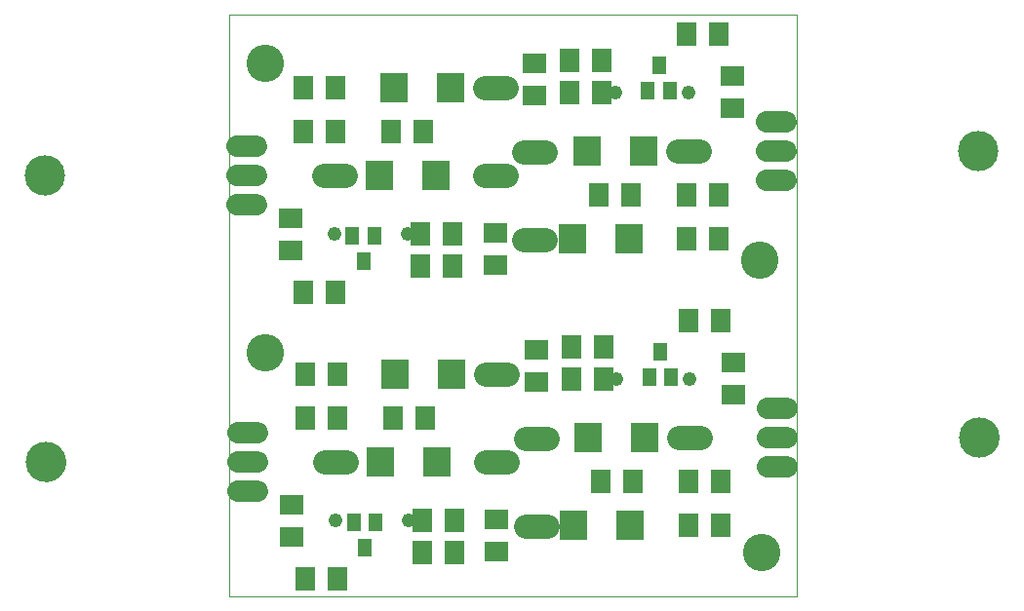
<source format=gts>
G75*
G70*
%OFA0B0*%
%FSLAX24Y24*%
%IPPOS*%
%LPD*%
%AMOC8*
5,1,8,0,0,1.08239X$1,22.5*
%
%ADD10C,0.0000*%
%ADD11C,0.0740*%
%ADD12C,0.1380*%
%ADD13R,0.0789X0.0710*%
%ADD14R,0.0710X0.0789*%
%ADD15R,0.0474X0.0631*%
%ADD16R,0.0946X0.1025*%
%ADD17C,0.0820*%
%ADD18C,0.1280*%
%ADD19C,0.0480*%
D10*
X007790Y001718D02*
X027190Y001718D01*
X027190Y021618D01*
X007790Y021618D01*
X007790Y001718D01*
X000890Y006318D02*
X000892Y006368D01*
X000898Y006418D01*
X000908Y006468D01*
X000921Y006516D01*
X000938Y006564D01*
X000959Y006610D01*
X000983Y006654D01*
X001011Y006696D01*
X001042Y006736D01*
X001076Y006773D01*
X001113Y006808D01*
X001152Y006839D01*
X001193Y006868D01*
X001237Y006893D01*
X001283Y006915D01*
X001330Y006933D01*
X001378Y006947D01*
X001427Y006958D01*
X001477Y006965D01*
X001527Y006968D01*
X001578Y006967D01*
X001628Y006962D01*
X001678Y006953D01*
X001726Y006941D01*
X001774Y006924D01*
X001820Y006904D01*
X001865Y006881D01*
X001908Y006854D01*
X001948Y006824D01*
X001986Y006791D01*
X002021Y006755D01*
X002054Y006716D01*
X002083Y006675D01*
X002109Y006632D01*
X002132Y006587D01*
X002151Y006540D01*
X002166Y006492D01*
X002178Y006443D01*
X002186Y006393D01*
X002190Y006343D01*
X002190Y006293D01*
X002186Y006243D01*
X002178Y006193D01*
X002166Y006144D01*
X002151Y006096D01*
X002132Y006049D01*
X002109Y006004D01*
X002083Y005961D01*
X002054Y005920D01*
X002021Y005881D01*
X001986Y005845D01*
X001948Y005812D01*
X001908Y005782D01*
X001865Y005755D01*
X001820Y005732D01*
X001774Y005712D01*
X001726Y005695D01*
X001678Y005683D01*
X001628Y005674D01*
X001578Y005669D01*
X001527Y005668D01*
X001477Y005671D01*
X001427Y005678D01*
X001378Y005689D01*
X001330Y005703D01*
X001283Y005721D01*
X001237Y005743D01*
X001193Y005768D01*
X001152Y005797D01*
X001113Y005828D01*
X001076Y005863D01*
X001042Y005900D01*
X001011Y005940D01*
X000983Y005982D01*
X000959Y006026D01*
X000938Y006072D01*
X000921Y006120D01*
X000908Y006168D01*
X000898Y006218D01*
X000892Y006268D01*
X000890Y006318D01*
X000840Y016118D02*
X000842Y016168D01*
X000848Y016218D01*
X000858Y016268D01*
X000871Y016316D01*
X000888Y016364D01*
X000909Y016410D01*
X000933Y016454D01*
X000961Y016496D01*
X000992Y016536D01*
X001026Y016573D01*
X001063Y016608D01*
X001102Y016639D01*
X001143Y016668D01*
X001187Y016693D01*
X001233Y016715D01*
X001280Y016733D01*
X001328Y016747D01*
X001377Y016758D01*
X001427Y016765D01*
X001477Y016768D01*
X001528Y016767D01*
X001578Y016762D01*
X001628Y016753D01*
X001676Y016741D01*
X001724Y016724D01*
X001770Y016704D01*
X001815Y016681D01*
X001858Y016654D01*
X001898Y016624D01*
X001936Y016591D01*
X001971Y016555D01*
X002004Y016516D01*
X002033Y016475D01*
X002059Y016432D01*
X002082Y016387D01*
X002101Y016340D01*
X002116Y016292D01*
X002128Y016243D01*
X002136Y016193D01*
X002140Y016143D01*
X002140Y016093D01*
X002136Y016043D01*
X002128Y015993D01*
X002116Y015944D01*
X002101Y015896D01*
X002082Y015849D01*
X002059Y015804D01*
X002033Y015761D01*
X002004Y015720D01*
X001971Y015681D01*
X001936Y015645D01*
X001898Y015612D01*
X001858Y015582D01*
X001815Y015555D01*
X001770Y015532D01*
X001724Y015512D01*
X001676Y015495D01*
X001628Y015483D01*
X001578Y015474D01*
X001528Y015469D01*
X001477Y015468D01*
X001427Y015471D01*
X001377Y015478D01*
X001328Y015489D01*
X001280Y015503D01*
X001233Y015521D01*
X001187Y015543D01*
X001143Y015568D01*
X001102Y015597D01*
X001063Y015628D01*
X001026Y015663D01*
X000992Y015700D01*
X000961Y015740D01*
X000933Y015782D01*
X000909Y015826D01*
X000888Y015872D01*
X000871Y015920D01*
X000858Y015968D01*
X000848Y016018D01*
X000842Y016068D01*
X000840Y016118D01*
X032740Y016968D02*
X032742Y017018D01*
X032748Y017068D01*
X032758Y017118D01*
X032771Y017166D01*
X032788Y017214D01*
X032809Y017260D01*
X032833Y017304D01*
X032861Y017346D01*
X032892Y017386D01*
X032926Y017423D01*
X032963Y017458D01*
X033002Y017489D01*
X033043Y017518D01*
X033087Y017543D01*
X033133Y017565D01*
X033180Y017583D01*
X033228Y017597D01*
X033277Y017608D01*
X033327Y017615D01*
X033377Y017618D01*
X033428Y017617D01*
X033478Y017612D01*
X033528Y017603D01*
X033576Y017591D01*
X033624Y017574D01*
X033670Y017554D01*
X033715Y017531D01*
X033758Y017504D01*
X033798Y017474D01*
X033836Y017441D01*
X033871Y017405D01*
X033904Y017366D01*
X033933Y017325D01*
X033959Y017282D01*
X033982Y017237D01*
X034001Y017190D01*
X034016Y017142D01*
X034028Y017093D01*
X034036Y017043D01*
X034040Y016993D01*
X034040Y016943D01*
X034036Y016893D01*
X034028Y016843D01*
X034016Y016794D01*
X034001Y016746D01*
X033982Y016699D01*
X033959Y016654D01*
X033933Y016611D01*
X033904Y016570D01*
X033871Y016531D01*
X033836Y016495D01*
X033798Y016462D01*
X033758Y016432D01*
X033715Y016405D01*
X033670Y016382D01*
X033624Y016362D01*
X033576Y016345D01*
X033528Y016333D01*
X033478Y016324D01*
X033428Y016319D01*
X033377Y016318D01*
X033327Y016321D01*
X033277Y016328D01*
X033228Y016339D01*
X033180Y016353D01*
X033133Y016371D01*
X033087Y016393D01*
X033043Y016418D01*
X033002Y016447D01*
X032963Y016478D01*
X032926Y016513D01*
X032892Y016550D01*
X032861Y016590D01*
X032833Y016632D01*
X032809Y016676D01*
X032788Y016722D01*
X032771Y016770D01*
X032758Y016818D01*
X032748Y016868D01*
X032742Y016918D01*
X032740Y016968D01*
X032790Y007168D02*
X032792Y007218D01*
X032798Y007268D01*
X032808Y007318D01*
X032821Y007366D01*
X032838Y007414D01*
X032859Y007460D01*
X032883Y007504D01*
X032911Y007546D01*
X032942Y007586D01*
X032976Y007623D01*
X033013Y007658D01*
X033052Y007689D01*
X033093Y007718D01*
X033137Y007743D01*
X033183Y007765D01*
X033230Y007783D01*
X033278Y007797D01*
X033327Y007808D01*
X033377Y007815D01*
X033427Y007818D01*
X033478Y007817D01*
X033528Y007812D01*
X033578Y007803D01*
X033626Y007791D01*
X033674Y007774D01*
X033720Y007754D01*
X033765Y007731D01*
X033808Y007704D01*
X033848Y007674D01*
X033886Y007641D01*
X033921Y007605D01*
X033954Y007566D01*
X033983Y007525D01*
X034009Y007482D01*
X034032Y007437D01*
X034051Y007390D01*
X034066Y007342D01*
X034078Y007293D01*
X034086Y007243D01*
X034090Y007193D01*
X034090Y007143D01*
X034086Y007093D01*
X034078Y007043D01*
X034066Y006994D01*
X034051Y006946D01*
X034032Y006899D01*
X034009Y006854D01*
X033983Y006811D01*
X033954Y006770D01*
X033921Y006731D01*
X033886Y006695D01*
X033848Y006662D01*
X033808Y006632D01*
X033765Y006605D01*
X033720Y006582D01*
X033674Y006562D01*
X033626Y006545D01*
X033578Y006533D01*
X033528Y006524D01*
X033478Y006519D01*
X033427Y006518D01*
X033377Y006521D01*
X033327Y006528D01*
X033278Y006539D01*
X033230Y006553D01*
X033183Y006571D01*
X033137Y006593D01*
X033093Y006618D01*
X033052Y006647D01*
X033013Y006678D01*
X032976Y006713D01*
X032942Y006750D01*
X032911Y006790D01*
X032883Y006832D01*
X032859Y006876D01*
X032838Y006922D01*
X032821Y006970D01*
X032808Y007018D01*
X032798Y007068D01*
X032792Y007118D01*
X032790Y007168D01*
D11*
X026870Y007168D02*
X026210Y007168D01*
X026210Y006168D02*
X026870Y006168D01*
X026870Y008168D02*
X026210Y008168D01*
X026160Y015968D02*
X026820Y015968D01*
X026820Y016968D02*
X026160Y016968D01*
X026160Y017968D02*
X026820Y017968D01*
X008770Y007318D02*
X008110Y007318D01*
X008110Y006318D02*
X008770Y006318D01*
X008770Y005318D02*
X008110Y005318D01*
X008060Y015118D02*
X008720Y015118D01*
X008720Y016118D02*
X008060Y016118D01*
X008060Y017118D02*
X008720Y017118D01*
D12*
X001490Y016118D03*
X001540Y006318D03*
X033440Y007168D03*
X033390Y016968D03*
D13*
X024990Y018417D03*
X024990Y019519D03*
X018240Y019969D03*
X018240Y018867D03*
X016890Y014169D03*
X016890Y013067D03*
X018290Y010169D03*
X018290Y009067D03*
X025040Y008617D03*
X025040Y009719D03*
X016940Y004369D03*
X016940Y003267D03*
X009940Y003767D03*
X009940Y004869D03*
X009890Y013567D03*
X009890Y014669D03*
D14*
X010339Y012118D03*
X011441Y012118D03*
X014339Y013018D03*
X015441Y013018D03*
X015441Y014118D03*
X014339Y014118D03*
X014441Y017618D03*
X013339Y017618D03*
X011441Y017618D03*
X010339Y017618D03*
X010339Y019118D03*
X011441Y019118D03*
X019439Y018968D03*
X020541Y018968D03*
X020541Y020068D03*
X019439Y020068D03*
X023439Y020968D03*
X024541Y020968D03*
X024541Y015468D03*
X023439Y015468D03*
X021541Y015468D03*
X020439Y015468D03*
X023439Y013968D03*
X024541Y013968D03*
X024591Y011168D03*
X023489Y011168D03*
X020591Y010268D03*
X019489Y010268D03*
X019489Y009168D03*
X020591Y009168D03*
X020489Y005668D03*
X021591Y005668D03*
X023489Y005668D03*
X024591Y005668D03*
X024591Y004168D03*
X023489Y004168D03*
X015491Y004318D03*
X014389Y004318D03*
X014389Y003218D03*
X015491Y003218D03*
X011491Y002318D03*
X010389Y002318D03*
X010389Y007818D03*
X011491Y007818D03*
X013389Y007818D03*
X014491Y007818D03*
X011491Y009318D03*
X010389Y009318D03*
D15*
X012390Y013185D03*
X012764Y014051D03*
X012016Y014051D03*
X022166Y009235D03*
X022914Y009235D03*
X022540Y010101D03*
X012814Y004251D03*
X012066Y004251D03*
X012440Y003385D03*
X022116Y019035D03*
X022864Y019035D03*
X022490Y019901D03*
D16*
X021956Y016968D03*
X020024Y016968D03*
X019524Y013968D03*
X021456Y013968D03*
X014856Y016118D03*
X012924Y016118D03*
X013424Y019118D03*
X015356Y019118D03*
X015406Y009318D03*
X013474Y009318D03*
X012974Y006318D03*
X014906Y006318D03*
X019574Y004168D03*
X021506Y004168D03*
X022006Y007168D03*
X020074Y007168D03*
D17*
X018660Y007118D02*
X017920Y007118D01*
X017310Y006318D02*
X016570Y006318D01*
X017920Y004118D02*
X018660Y004118D01*
X023170Y007168D02*
X023910Y007168D01*
X017310Y009318D02*
X016570Y009318D01*
X011810Y006318D02*
X011070Y006318D01*
X017870Y013918D02*
X018610Y013918D01*
X017260Y016118D02*
X016520Y016118D01*
X017870Y016918D02*
X018610Y016918D01*
X017260Y019118D02*
X016520Y019118D01*
X011760Y016118D02*
X011020Y016118D01*
X023120Y016968D02*
X023860Y016968D01*
D18*
X025940Y013218D03*
X025990Y003218D03*
X009040Y010068D03*
X009040Y019968D03*
D19*
X011390Y014118D03*
X013890Y014118D03*
X020990Y018968D03*
X023490Y018968D03*
X023540Y009168D03*
X021040Y009168D03*
X013940Y004318D03*
X011440Y004318D03*
M02*

</source>
